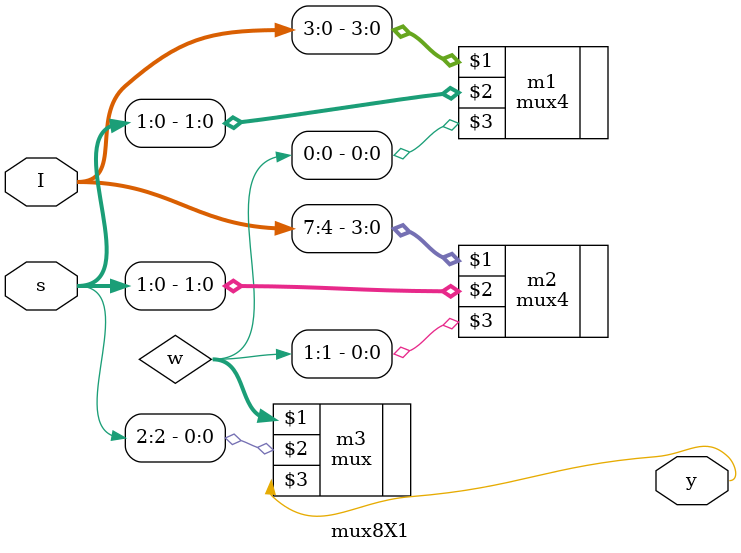
<source format=v>
module mux8X1(I,s,y);
input [7:0]I;
input [2:0]s;
output y;
wire [1:0]w;
mux4 m1(I[3:0],s[1:0],w[0]);
mux4 m2(I[7:4],s[1:0],w[1]);
mux  m3(w[1:0],s[2],y);
endmodule

</source>
